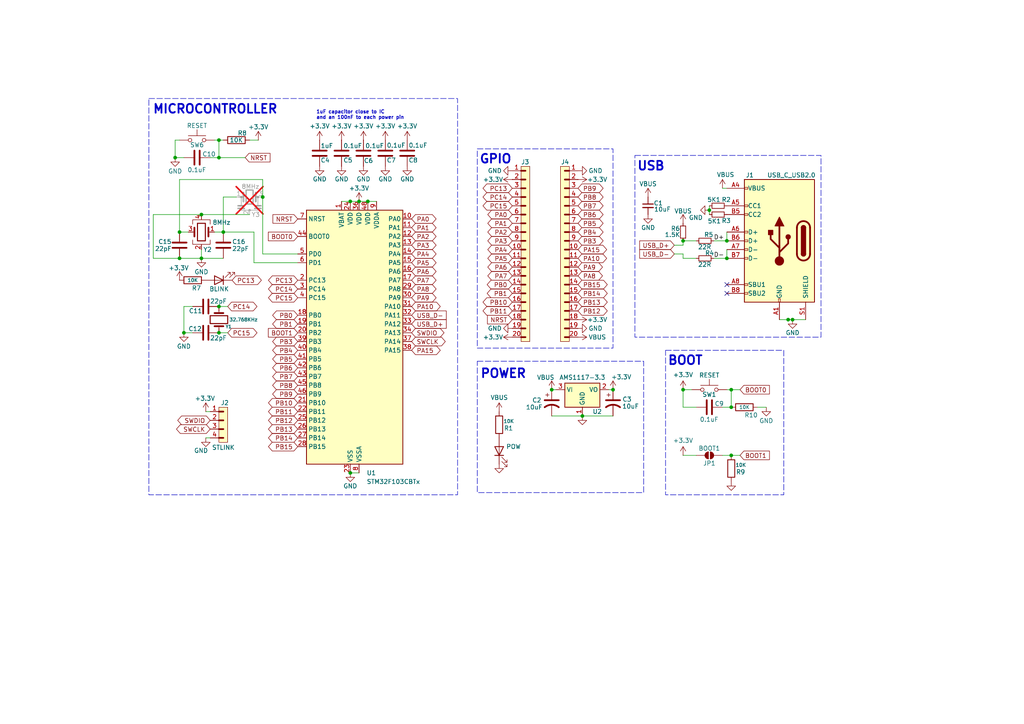
<source format=kicad_sch>
(kicad_sch (version 20231120) (generator "eeschema") (generator_version "8.0")
  (paper "A4")
  (lib_symbols
    (symbol "Connector:USB_C_Receptacle_USB2.0" (pin_names (offset 1.016))
      (property "Reference" "J3" (at -5.715 21.209 0))
      (property "Value" "USB_C_USB2.0" (at 3.556 19.05 0))
      (symbol "USB_C_Receptacle_USB2.0_0_0"
        (rectangle (start -0.254 -17.78) (end 0.254 -16.764))
        (rectangle (start 10.16 -14.986) (end 9.144 -15.494))
        (rectangle (start 10.16 -12.446) (end 9.144 -12.954))
        (rectangle (start 10.16 -4.826) (end 9.144 -5.334))
        (rectangle (start 10.16 -2.286) (end 9.144 -2.794))
        (rectangle (start 10.16 0.254) (end 9.144 -0.254))
        (rectangle (start 10.16 2.794) (end 9.144 2.286))
        (rectangle (start 10.16 7.874) (end 9.144 7.366))
        (rectangle (start 10.16 10.414) (end 9.144 9.906))
        (rectangle (start 10.16 15.494) (end 9.144 14.986))
      )
      (symbol "USB_C_Receptacle_USB2.0_0_1"
        (rectangle (start -10.16 17.78) (end 10.16 -17.78) (stroke (width 0.254)) (fill (type background)))
        (arc (start -8.89 -3.81) (mid -6.985 -5.7067) (end -5.08 -3.81) (stroke (width 0.508)))
        (arc (start -7.62 -3.81) (mid -6.985 -4.4423) (end -6.35 -3.81) (stroke (width 0.254)))
        (arc (start -7.62 -3.81) (mid -6.985 -4.4423) (end -6.35 -3.81) (stroke (width 0.254)) (fill (type outline)))
        (rectangle (start -7.62 -3.81) (end -6.35 3.81) (stroke (width 0.254)) (fill (type outline)))
        (arc (start -6.35 3.81) (mid -6.985 4.4423) (end -7.62 3.81) (stroke (width 0.254)))
        (arc (start -6.35 3.81) (mid -6.985 4.4423) (end -7.62 3.81) (stroke (width 0.254)) (fill (type outline)))
        (arc (start -5.08 3.81) (mid -6.985 5.7067) (end -8.89 3.81) (stroke (width 0.508)))
        (circle (center -2.54 1.143) (radius 0.635) (stroke (width 0.254)) (fill (type outline)))
        (circle (center 0 -5.842) (radius 1.27) (fill (type outline)))
        (polyline (pts (xy -8.89 -3.81) (xy -8.89 3.81)) (stroke (width 0.508)))
        (polyline (pts (xy -5.08 3.81) (xy -5.08 -3.81)) (stroke (width 0.508)))
        (polyline (pts (xy 0 -5.842) (xy 0 4.318)) (stroke (width 0.508)))
        (polyline (pts (xy 0 -3.302) (xy -2.54 -0.762) (xy -2.54 0.508)) (stroke (width 0.508)))
        (polyline (pts (xy 0 -2.032) (xy 2.54 0.508) (xy 2.54 1.778)) (stroke (width 0.508)))
        (polyline (pts (xy -1.27 4.318) (xy 0 6.858) (xy 1.27 4.318) (xy -1.27 4.318)) (stroke (width 0.254)) (fill (type outline)))
        (rectangle (start 1.905 1.778) (end 3.175 3.048) (stroke (width 0.254)) (fill (type outline)))
      )
      (symbol "USB_C_Receptacle_USB2.0_1_1"
        (pin passive line (at 0 -22.86 90) (length 5.08) (name "GND") (number "A1"))
        (pin passive line (at 15.24 15.24 180) (length 5.08) (name "VBUS") (number "A4"))
        (pin bidirectional line (at 15.24 10.16 180) (length 5.08) (name "CC1") (number "A5"))
        (pin bidirectional line (at 15.24 2.54 180) (length 5.08) (name "D+") (number "A6"))
        (pin bidirectional line (at 15.24 -2.54 180) (length 5.08) (name "D-") (number "A7"))
        (pin bidirectional line (at 15.24 -12.7 180) (length 5.08) (name "SBU1") (number "A8"))
        (pin passive line (at -2.54 -22.86 90) (length 5.08) hide (name "GND") (number "B1"))
        (pin passive line (at 15.24 12.7 180) (length 5.08) hide (name "VBUS") (number "B4"))
        (pin bidirectional line (at 15.24 7.62 180) (length 5.08) (name "CC2") (number "B5"))
        (pin bidirectional line (at 15.24 0 180) (length 5.08) (name "D+") (number "B6"))
        (pin bidirectional line (at 15.24 -5.08 180) (length 5.08) (name "D-") (number "B7"))
        (pin bidirectional line (at 15.24 -15.24 180) (length 5.08) (name "SBU2") (number "B8"))
        (pin passive line (at -7.62 -22.86 90) (length 5.08) (name "SHIELD") (number "S1"))
      )
    )
    (symbol "Device:C" (pin_numbers hide) (pin_names (offset 0.254))
      (property "Reference" "C" (at 0.635 2.54 0))
      (property "Value" "C" (at 0.635 -2.54 0))
      (symbol "C_0_1"
        (polyline (pts (xy -2.032 -0.762) (xy 2.032 -0.762)) (stroke (width 0.508)))
        (polyline (pts (xy -2.032 0.762) (xy 2.032 0.762)) (stroke (width 0.508)))
      )
      (symbol "C_1_1"
        (pin passive line (at 0 3.81 270) (length 2.794) (name "~") (number "1"))
        (pin passive line (at 0 -3.81 90) (length 2.794) (name "~") (number "2"))
      )
    )
    (symbol "Device:C_Polarized_US" (pin_numbers hide) (pin_names (offset 0.254) hide)
      (property "Reference" "C" (at 0.635 2.54 0))
      (property "Value" "C_Polarized_US" (at 0.635 -2.54 0))
      (symbol "C_Polarized_US_0_1"
        (polyline (pts (xy -2.032 0.762) (xy 2.032 0.762)) (stroke (width 0.508)))
        (polyline (pts (xy -1.778 2.286) (xy -0.762 2.286)))
        (polyline (pts (xy -1.27 1.778) (xy -1.27 2.794)))
        (arc (start 2.032 -1.27) (mid 0 -0.5572) (end -2.032 -1.27) (stroke (width 0.508)))
      )
      (symbol "C_Polarized_US_1_1"
        (pin passive line (at 0 3.81 270) (length 2.794) (name "~") (number "1"))
        (pin passive line (at 0 -3.81 90) (length 3.302) (name "~") (number "2"))
      )
    )
    (symbol "Device:C_Small" (pin_numbers hide) (pin_names (offset 0.254) hide)
      (property "Reference" "C" (at 0.254 1.778 0))
      (property "Value" "C_Small" (at 0.254 -2.032 0))
      (symbol "C_Small_0_1"
        (polyline (pts (xy -1.524 -0.508) (xy 1.524 -0.508)) (stroke (width 0.3302)))
        (polyline (pts (xy -1.524 0.508) (xy 1.524 0.508)) (stroke (width 0.3048)))
      )
      (symbol "C_Small_1_1"
        (pin passive line (at 0 2.54 270) (length 2.032) (name "~") (number "1"))
        (pin passive line (at 0 -2.54 90) (length 2.032) (name "~") (number "2"))
      )
    )
    (symbol "Device:Crystal" (pin_numbers hide) (pin_names (offset 1.016) hide)
      (property "Reference" "Y" (at 0 3.81 0))
      (property "Value" "Crystal" (at 0 -3.81 0))
      (symbol "Crystal_0_1"
        (rectangle (start -1.143 2.54) (end 1.143 -2.54) (stroke (width 0.3048)))
        (polyline (pts (xy -2.54 0) (xy -1.905 0)))
        (polyline (pts (xy -1.905 -1.27) (xy -1.905 1.27)) (stroke (width 0.508)))
        (polyline (pts (xy 1.905 -1.27) (xy 1.905 1.27)) (stroke (width 0.508)))
        (polyline (pts (xy 2.54 0) (xy 1.905 0)))
      )
      (symbol "Crystal_1_1"
        (pin passive line (at -3.81 0 0) (length 1.27) (name "1") (number "1"))
        (pin passive line (at 3.81 0 180) (length 1.27) (name "2") (number "2"))
      )
    )
    (symbol "Device:Crystal_GND24" (pin_names (offset 1.016) hide)
      (property "Reference" "Y" (at 3.175 5.08 0))
      (property "Value" "Crystal_GND24" (at 3.175 3.175 0))
      (symbol "Crystal_GND24_0_1"
        (rectangle (start -1.143 2.54) (end 1.143 -2.54) (stroke (width 0.3048)))
        (polyline (pts (xy -2.54 0) (xy -2.032 0)))
        (polyline (pts (xy -2.032 -1.27) (xy -2.032 1.27)) (stroke (width 0.508)))
        (polyline (pts (xy 0 -3.81) (xy 0 -3.556)))
        (polyline (pts (xy 0 3.556) (xy 0 3.81)))
        (polyline (pts (xy 2.032 -1.27) (xy 2.032 1.27)) (stroke (width 0.508)))
        (polyline (pts (xy 2.032 0) (xy 2.54 0)))
        (polyline (pts (xy -2.54 -2.286) (xy -2.54 -3.556) (xy 2.54 -3.556) (xy 2.54 -2.286)))
        (polyline (pts (xy -2.54 2.286) (xy -2.54 3.556) (xy 2.54 3.556) (xy 2.54 2.286)))
      )
      (symbol "Crystal_GND24_1_1"
        (pin passive line (at -3.81 0 0) (length 1.27) (name "1") (number "1"))
        (pin passive line (at 0 5.08 270) (length 1.27) (name "2") (number "2"))
        (pin passive line (at 3.81 0 180) (length 1.27) (name "3") (number "3"))
        (pin passive line (at 0 -5.08 90) (length 1.27) (name "4") (number "4"))
      )
    )
    (symbol "Device:LED" (pin_numbers hide) (pin_names (offset 1.016) hide)
      (property "Reference" "D" (at 0 2.54 0))
      (property "Value" "LED" (at 0 -2.54 0))
      (symbol "LED_0_1"
        (polyline (pts (xy -1.27 -1.27) (xy -1.27 1.27)) (stroke (width 0.254)))
        (polyline (pts (xy -1.27 0) (xy 1.27 0)))
        (polyline (pts (xy 1.27 -1.27) (xy 1.27 1.27) (xy -1.27 0) (xy 1.27 -1.27)) (stroke (width 0.254)))
        (polyline (pts (xy -3.048 -0.762) (xy -4.572 -2.286) (xy -3.81 -2.286) (xy -4.572 -2.286) (xy -4.572 -1.524)))
        (polyline (pts (xy -1.778 -0.762) (xy -3.302 -2.286) (xy -2.54 -2.286) (xy -3.302 -2.286) (xy -3.302 -1.524)))
      )
      (symbol "LED_1_1"
        (pin passive line (at -3.81 0 0) (length 2.54) (name "K") (number "1"))
        (pin passive line (at 3.81 0 180) (length 2.54) (name "A") (number "2"))
      )
    )
    (symbol "Device:R" (pin_numbers hide) (pin_names (offset 0))
      (property "Reference" "R" (at 2.032 0 90))
      (property "Value" "R" (at 0 0 90))
      (symbol "R_0_1"
        (rectangle (start -1.016 -2.54) (end 1.016 2.54) (stroke (width 0.254)))
      )
      (symbol "R_1_1"
        (pin passive line (at 0 3.81 270) (length 1.27) (name "~") (number "1"))
        (pin passive line (at 0 -3.81 90) (length 1.27) (name "~") (number "2"))
      )
    )
    (symbol "Device:R_Small" (pin_numbers hide) (pin_names (offset 0.254) hide)
      (property "Reference" "R" (at 0.762 0.508 0))
      (property "Value" "R_Small" (at 0.762 -1.016 0))
      (symbol "R_Small_0_1"
        (rectangle (start -0.762 1.778) (end 0.762 -1.778) (stroke (width 0.2032)))
      )
      (symbol "R_Small_1_1"
        (pin passive line (at 0 2.54 270) (length 0.762) (name "~") (number "1"))
        (pin passive line (at 0 -2.54 90) (length 0.762) (name "~") (number "2"))
      )
    )
    (symbol "Device:Resonator" (pin_names (offset 1.016) hide)
      (property "Reference" "Y" (at 0 5.715 0))
      (property "Value" "Resonator" (at 0 3.81 0))
      (symbol "Resonator_0_1"
        (rectangle (start -3.429 -3.175) (end -1.397 -3.429) (fill (type outline)))
        (rectangle (start -3.429 -2.413) (end -1.397 -2.667) (fill (type outline)))
        (circle (center -2.413 0) (radius 0.254) (fill (type outline)))
        (rectangle (start -1.016 2.032) (end 1.016 -2.032) (stroke (width 0.3048)))
        (circle (center 0 -3.81) (radius 0.254) (fill (type outline)))
        (polyline (pts (xy -2.413 -2.413) (xy -2.413 0)))
        (polyline (pts (xy -1.905 0) (xy -3.175 0)))
        (polyline (pts (xy -1.778 -1.27) (xy -1.778 1.27)) (stroke (width 0.508)))
        (polyline (pts (xy 1.778 -1.27) (xy 1.778 1.27)) (stroke (width 0.508)))
        (polyline (pts (xy 1.905 0) (xy 2.54 0)))
        (polyline (pts (xy 2.413 0) (xy 2.413 -2.54)))
        (polyline (pts (xy 2.413 -3.302) (xy 2.413 -3.81) (xy -2.413 -3.81) (xy -2.413 -3.302)))
        (rectangle (start 1.397 -3.175) (end 3.429 -3.429) (fill (type outline)))
        (rectangle (start 1.397 -2.413) (end 3.429 -2.667) (fill (type outline)))
        (circle (center 2.413 0) (radius 0.254) (fill (type outline)))
      )
      (symbol "Resonator_1_1"
        (pin passive line (at -3.81 0 0) (length 1.27) (name "1") (number "1"))
        (pin passive line (at 0 -5.08 90) (length 1.27) (name "2") (number "2"))
        (pin passive line (at 3.81 0 180) (length 1.27) (name "3") (number "3"))
      )
    )
    (symbol "Jumper:SolderJumper_2_Open" (pin_numbers hide) (pin_names (offset 0) hide) (exclude_from_sim yes) (in_bom no)
      (property "Reference" "JP" (at 0 2.032 0))
      (property "Value" "SolderJumper_2_Open" (at 0 -2.54 0))
      (symbol "SolderJumper_2_Open_0_1"
        (arc (start -0.254 1.016) (mid -1.2656 0) (end -0.254 -1.016))
        (arc (start -0.254 1.016) (mid -1.2656 0) (end -0.254 -1.016) (fill (type outline)))
        (polyline (pts (xy -0.254 1.016) (xy -0.254 -1.016)))
        (polyline (pts (xy 0.254 1.016) (xy 0.254 -1.016)))
        (arc (start 0.254 -1.016) (mid 1.2656 0) (end 0.254 1.016))
        (arc (start 0.254 -1.016) (mid 1.2656 0) (end 0.254 1.016) (fill (type outline)))
      )
      (symbol "SolderJumper_2_Open_1_1"
        (pin passive line (at -3.81 0 0) (length 2.54) (name "A") (number "1"))
        (pin passive line (at 3.81 0 180) (length 2.54) (name "B") (number "2"))
      )
    )
    (symbol "MCU_ST_STM32F1:STM32F103CBTx"
      (property "Reference" "U" (at -12.7 39.37 0))
      (property "Value" "STM32F103CBTx" (at 10.16 39.37 0))
      (symbol "STM32F103CBTx_0_1"
        (rectangle (start -12.7 -35.56) (end 15.24 38.1) (stroke (width 0.254)) (fill (type background)))
      )
      (symbol "STM32F103CBTx_1_1"
        (pin power_in line (at -2.54 40.64 270) (length 2.54) (name "VBAT") (number "1"))
        (pin bidirectional line (at 17.78 35.56 180) (length 2.54) (name "PA0") (number "10"))
        (pin bidirectional line (at 17.78 33.02 180) (length 2.54) (name "PA1") (number "11"))
        (pin bidirectional line (at 17.78 30.48 180) (length 2.54) (name "PA2") (number "12"))
        (pin bidirectional line (at 17.78 27.94 180) (length 2.54) (name "PA3") (number "13"))
        (pin bidirectional line (at 17.78 25.4 180) (length 2.54) (name "PA4") (number "14"))
        (pin bidirectional line (at 17.78 22.86 180) (length 2.54) (name "PA5") (number "15"))
        (pin bidirectional line (at 17.78 20.32 180) (length 2.54) (name "PA6") (number "16"))
        (pin bidirectional line (at 17.78 17.78 180) (length 2.54) (name "PA7") (number "17"))
        (pin bidirectional line (at -15.24 7.62 0) (length 2.54) (name "PB0") (number "18"))
        (pin bidirectional line (at -15.24 5.08 0) (length 2.54) (name "PB1") (number "19"))
        (pin bidirectional line (at -15.24 17.78 0) (length 2.54) (name "PC13") (number "2"))
        (pin bidirectional line (at -15.24 2.54 0) (length 2.54) (name "PB2") (number "20"))
        (pin bidirectional line (at -15.24 -17.78 0) (length 2.54) (name "PB10") (number "21"))
        (pin bidirectional line (at -15.24 -20.32 0) (length 2.54) (name "PB11") (number "22"))
        (pin power_in line (at 0 -38.1 90) (length 2.54) (name "VSS") (number "23"))
        (pin power_in line (at 0 40.64 270) (length 2.54) (name "VDD") (number "24"))
        (pin bidirectional line (at -15.24 -22.86 0) (length 2.54) (name "PB12") (number "25"))
        (pin bidirectional line (at -15.24 -25.4 0) (length 2.54) (name "PB13") (number "26"))
        (pin bidirectional line (at -15.24 -27.94 0) (length 2.54) (name "PB14") (number "27"))
        (pin bidirectional line (at -15.24 -30.48 0) (length 2.54) (name "PB15") (number "28"))
        (pin bidirectional line (at 17.78 15.24 180) (length 2.54) (name "PA8") (number "29"))
        (pin bidirectional line (at -15.24 15.24 0) (length 2.54) (name "PC14") (number "3"))
        (pin bidirectional line (at 17.78 12.7 180) (length 2.54) (name "PA9") (number "30"))
        (pin bidirectional line (at 17.78 10.16 180) (length 2.54) (name "PA10") (number "31"))
        (pin bidirectional line (at 17.78 7.62 180) (length 2.54) (name "PA11") (number "32"))
        (pin bidirectional line (at 17.78 5.08 180) (length 2.54) (name "PA12") (number "33"))
        (pin bidirectional line (at 17.78 2.54 180) (length 2.54) (name "PA13") (number "34"))
        (pin passive line (at 0 -38.1 90) (length 2.54) hide (name "VSS") (number "35"))
        (pin power_in line (at 2.54 40.64 270) (length 2.54) (name "VDD") (number "36"))
        (pin bidirectional line (at 17.78 0 180) (length 2.54) (name "PA14") (number "37"))
        (pin bidirectional line (at 17.78 -2.54 180) (length 2.54) (name "PA15") (number "38"))
        (pin bidirectional line (at -15.24 0 0) (length 2.54) (name "PB3") (number "39"))
        (pin bidirectional line (at -15.24 12.7 0) (length 2.54) (name "PC15") (number "4"))
        (pin bidirectional line (at -15.24 -2.54 0) (length 2.54) (name "PB4") (number "40"))
        (pin bidirectional line (at -15.24 -5.08 0) (length 2.54) (name "PB5") (number "41"))
        (pin bidirectional line (at -15.24 -7.62 0) (length 2.54) (name "PB6") (number "42"))
        (pin bidirectional line (at -15.24 -10.16 0) (length 2.54) (name "PB7") (number "43"))
        (pin input line (at -15.24 30.48 0) (length 2.54) (name "BOOT0") (number "44"))
        (pin bidirectional line (at -15.24 -12.7 0) (length 2.54) (name "PB8") (number "45"))
        (pin bidirectional line (at -15.24 -15.24 0) (length 2.54) (name "PB9") (number "46"))
        (pin passive line (at 0 -38.1 90) (length 2.54) hide (name "VSS") (number "47"))
        (pin power_in line (at 5.08 40.64 270) (length 2.54) (name "VDD") (number "48"))
        (pin bidirectional line (at -15.24 25.4 0) (length 2.54) (name "PD0") (number "5"))
        (pin bidirectional line (at -15.24 22.86 0) (length 2.54) (name "PD1") (number "6"))
        (pin input line (at -15.24 35.56 0) (length 2.54) (name "NRST") (number "7"))
        (pin power_in line (at 2.54 -38.1 90) (length 2.54) (name "VSSA") (number "8"))
        (pin power_in line (at 7.62 40.64 270) (length 2.54) (name "VDDA") (number "9"))
      )
    )
    (symbol "PCM_SL_Pin_Headers:PINHD_1x20_Male"
      (property "Reference" "J" (at 0 29.21 0))
      (property "Value" "PINHD_1x20_Male" (at 0 26.67 0))
      (symbol "PINHD_1x20_Male_0_1"
        (rectangle (start -1.27 25.4) (end 1.27 -25.4) (fill (type background)))
        (polyline (pts (xy -1.27 -24.13) (xy 0 -24.13)) (stroke (width 0.5)))
        (polyline (pts (xy -1.27 -21.59) (xy 0 -21.59)) (stroke (width 0.5)))
        (polyline (pts (xy -1.27 -19.05) (xy 0 -19.05)) (stroke (width 0.5)))
        (polyline (pts (xy -1.27 -16.51) (xy 0 -16.51)) (stroke (width 0.5)))
        (polyline (pts (xy -1.27 -13.97) (xy 0 -13.97)) (stroke (width 0.5)))
        (polyline (pts (xy -1.27 -11.43) (xy 0 -11.43)) (stroke (width 0.5)))
        (polyline (pts (xy -1.27 -8.89) (xy 0 -8.89)) (stroke (width 0.5)))
        (polyline (pts (xy -1.27 -6.35) (xy 0 -6.35)) (stroke (width 0.5)))
        (polyline (pts (xy -1.27 -3.81) (xy 0 -3.81)) (stroke (width 0.5)))
        (polyline (pts (xy -1.27 -1.27) (xy 0 -1.27)) (stroke (width 0.5)))
        (polyline (pts (xy -1.27 1.27) (xy 0 1.27)) (stroke (width 0.3)))
        (polyline (pts (xy -1.27 1.27) (xy 0 1.27)) (stroke (width 0.5)))
        (polyline (pts (xy -1.27 3.81) (xy 0 3.81)) (stroke (width 0.3)))
        (polyline (pts (xy -1.27 3.81) (xy 0 3.81)) (stroke (width 0.5)))
        (polyline (pts (xy -1.27 6.35) (xy 0 6.35)) (stroke (width 0.3)))
        (polyline (pts (xy -1.27 6.35) (xy 0 6.35)) (stroke (width 0.5)))
        (polyline (pts (xy -1.27 8.89) (xy 0 8.89)) (stroke (width 0.3)))
        (polyline (pts (xy -1.27 8.89) (xy 0 8.89)) (stroke (width 0.5)))
        (polyline (pts (xy -1.27 11.43) (xy 0 11.43)) (stroke (width 0.3)))
        (polyline (pts (xy -1.27 11.43) (xy 0 11.43)) (stroke (width 0.5)))
        (polyline (pts (xy -1.27 13.97) (xy 0 13.97)) (stroke (width 0.3)))
        (polyline (pts (xy -1.27 13.97) (xy 0 13.97)) (stroke (width 0.5)))
        (polyline (pts (xy -1.27 16.51) (xy 0 16.51)) (stroke (width 0.3)))
        (polyline (pts (xy -1.27 16.51) (xy 0 16.51)) (stroke (width 0.5)))
        (polyline (pts (xy -1.27 19.05) (xy 0 19.05)) (stroke (width 0.3)))
        (polyline (pts (xy -1.27 19.05) (xy 0 19.05)) (stroke (width 0.5)))
        (polyline (pts (xy -1.27 21.59) (xy 0 21.59)) (stroke (width 0.3)))
        (polyline (pts (xy -1.27 21.59) (xy 0 21.59)) (stroke (width 0.5)))
        (polyline (pts (xy -1.27 24.13) (xy 0 24.13)) (stroke (width 0.5)))
      )
      (symbol "PINHD_1x20_Male_1_1"
        (pin passive line (at -3.81 24.13 0) (length 2.54) (name "") (number "1"))
        (pin passive line (at -3.81 1.27 0) (length 2.54) (name "") (number "10"))
        (pin passive line (at -3.81 -1.27 0) (length 2.54) (name "") (number "11"))
        (pin passive line (at -3.81 -3.81 0) (length 2.54) (name "") (number "12"))
        (pin passive line (at -3.81 -6.35 0) (length 2.54) (name "") (number "13"))
        (pin passive line (at -3.81 -8.89 0) (length 2.54) (name "") (number "14"))
        (pin passive line (at -3.81 -11.43 0) (length 2.54) (name "") (number "15"))
        (pin passive line (at -3.81 -13.97 0) (length 2.54) (name "") (number "16"))
        (pin passive line (at -3.81 -16.51 0) (length 2.54) (name "") (number "17"))
        (pin passive line (at -3.81 -19.05 0) (length 2.54) (name "") (number "18"))
        (pin passive line (at -3.81 -21.59 0) (length 2.54) (name "") (number "19"))
        (pin passive line (at -3.81 21.59 0) (length 2.54) (name "") (number "2"))
        (pin passive line (at -3.81 -24.13 0) (length 2.54) (name "") (number "20"))
        (pin passive line (at -3.81 19.05 0) (length 2.54) (name "") (number "3"))
        (pin passive line (at -3.81 16.51 0) (length 2.54) (name "") (number "4"))
        (pin passive line (at -3.81 13.97 0) (length 2.54) (name "") (number "5"))
        (pin passive line (at -3.81 11.43 0) (length 2.54) (name "") (number "6"))
        (pin passive line (at -3.81 8.89 0) (length 2.54) (name "") (number "7"))
        (pin passive line (at -3.81 6.35 0) (length 2.54) (name "") (number "8"))
        (pin passive line (at -3.81 3.81 0) (length 2.54) (name "") (number "9"))
      )
    )
    (symbol "PCM_SL_Pin_Headers:PINHD_1x4_Male"
      (property "Reference" "J" (at 0 8.89 0))
      (property "Value" "PINHD_1x4_Male" (at 0 6.35 0))
      (symbol "PINHD_1x4_Male_0_1"
        (rectangle (start -1.27 5.08) (end 1.27 -5.08) (fill (type background)))
        (polyline (pts (xy -1.27 -3.81) (xy 0 -3.81)) (stroke (width 0.3)))
        (polyline (pts (xy -1.27 -3.81) (xy 0 -3.81)) (stroke (width 0.5)))
        (polyline (pts (xy -1.27 -1.27) (xy 0 -1.27)) (stroke (width 0.3)))
        (polyline (pts (xy -1.27 -1.27) (xy 0 -1.27)) (stroke (width 0.5)))
        (polyline (pts (xy -1.27 1.27) (xy 0 1.27)) (stroke (width 0.3)))
        (polyline (pts (xy -1.27 1.27) (xy 0 1.27)) (stroke (width 0.5)))
        (polyline (pts (xy -1.27 3.81) (xy 0 3.81)) (stroke (width 0.3)))
        (polyline (pts (xy -1.27 3.81) (xy 0 3.81)) (stroke (width 0.5)))
      )
      (symbol "PINHD_1x4_Male_1_1"
        (pin passive line (at -3.81 3.81 0) (length 2.54) (name "") (number "1"))
        (pin passive line (at -3.81 1.27 0) (length 2.54) (name "") (number "2"))
        (pin passive line (at -3.81 -1.27 0) (length 2.54) (name "") (number "3"))
        (pin passive line (at -3.81 -3.81 0) (length 2.54) (name "") (number "4"))
      )
    )
    (symbol "Regulator_Linear:AMS1117-3.3"
      (property "Reference" "U" (at -3.81 3.175 0))
      (property "Value" "AMS1117-3.3" (at 0 3.175 0))
      (symbol "AMS1117-3.3_0_1"
        (rectangle (start -5.08 -5.08) (end 5.08 1.905) (stroke (width 0.254)) (fill (type background)))
      )
      (symbol "AMS1117-3.3_1_1"
        (pin power_in line (at 0 -7.62 90) (length 2.54) (name "GND") (number "1"))
        (pin power_out line (at 7.62 0 180) (length 2.54) (name "VO") (number "2"))
        (pin power_in line (at -7.62 0 0) (length 2.54) (name "VI") (number "3"))
      )
    )
    (symbol "Switch:SW_Push" (pin_numbers hide) (pin_names (offset 1.016) hide)
      (property "Reference" "SW" (at 1.27 2.54 0))
      (property "Value" "SW_Push" (at 0 -1.524 0))
      (symbol "SW_Push_0_1"
        (circle (center -2.032 0) (radius 0.508))
        (polyline (pts (xy 0 1.27) (xy 0 3.048)))
        (polyline (pts (xy 2.54 1.27) (xy -2.54 1.27)))
        (circle (center 2.032 0) (radius 0.508))
        (pin passive line (at -5.08 0 0) (length 2.54) (name "1") (number "1"))
        (pin passive line (at 5.08 0 180) (length 2.54) (name "2") (number "2"))
      )
    )
    (symbol "power:+3.3V" (power) (pin_numbers hide) (pin_names (offset 0) hide)
      (property "Value" "+3.3V" (at 0 3.556 0))
      (symbol "+3.3V_0_1"
        (polyline (pts (xy -0.762 1.27) (xy 0 2.54)))
        (polyline (pts (xy 0 0) (xy 0 2.54)))
        (polyline (pts (xy 0 2.54) (xy 0.762 1.27)))
      )
      (symbol "+3.3V_1_1"
        (pin power_in line (at 0 0 90) (length 0) (name "~") (number "1"))
      )
    )
    (symbol "power:GND" (power) (pin_names (offset 0))
      (property "Value" "GND" (at 0 -3.81 0))
      (symbol "GND_0_1"
        (polyline (pts (xy 0 0) (xy 0 -1.27) (xy 1.27 -1.27) (xy 0 -2.54) (xy -1.27 -1.27) (xy 0 -1.27)))
      )
      (symbol "GND_1_1"
        (pin power_in line (at 0 0 270) (length 0) hide (name "GND") (number "1"))
      )
    )
    (symbol "power:VBUS" (power) (pin_names (offset 0))
      (property "Value" "VBUS" (at 0 3.81 0))
      (symbol "VBUS_0_1"
        (polyline (pts (xy -0.762 1.27) (xy 0 2.54)))
        (polyline (pts (xy 0 0) (xy 0 2.54)))
        (polyline (pts (xy 0 2.54) (xy 0.762 1.27)))
      )
      (symbol "VBUS_1_1"
        (pin power_in line (at 0 0 90) (length 0) hide (name "VBUS") (number "1"))
      )
    )
  )
  (junction (at 101.6 58.42))
  (junction (at 63.5 45.72))
  (junction (at 212.09 132.08))
  (junction (at 106.68 58.42))
  (junction (at 212.09 118.11))
  (junction (at 205.74 60.96))
  (junction (at 101.6 137.16))
  (junction (at 63.5 96.52))
  (junction (at 76.2 57.15))
  (junction (at 177.8 113.03))
  (junction (at 229.87 92.71))
  (junction (at 228.6 92.71))
  (junction (at 63.5 40.64))
  (junction (at 58.42 74.93))
  (junction (at 160.02 113.03))
  (junction (at 52.07 67.31))
  (junction (at 53.34 96.52))
  (junction (at 210.82 69.85))
  (junction (at 198.12 113.03))
  (junction (at 198.12 69.85))
  (junction (at 104.14 58.42))
  (junction (at 63.5 88.9))
  (junction (at 58.42 62.23))
  (junction (at 52.07 74.93))
  (junction (at 168.91 120.65))
  (junction (at 212.09 113.03))
  (junction (at 64.77 67.31))
  (junction (at 50.8 45.72))
  (junction (at 210.82 74.93))
  (no_connect (at 210.82 85.09))
  (no_connect (at 210.82 82.55))
  (wire (pts (xy 195.58 73.66) (xy 198.12 73.66)))
  (wire (pts (xy 44.45 74.93) (xy 52.07 74.93)))
  (wire (pts (xy 63.5 40.64) (xy 63.5 45.72)))
  (wire (pts (xy 168.91 120.65) (xy 177.8 120.65)))
  (wire (pts (xy 198.12 118.11) (xy 198.12 113.03)))
  (wire (pts (xy 58.42 74.93) (xy 58.42 72.39)))
  (wire (pts (xy 74.93 40.64) (xy 72.39 40.64)))
  (wire (pts (xy 210.82 67.31) (xy 210.82 69.85)))
  (wire (pts (xy 101.6 58.42) (xy 99.06 58.42)))
  (wire (pts (xy 73.66 67.31) (xy 73.66 76.2)))
  (wire (pts (xy 63.5 45.72) (xy 71.12 45.72)))
  (wire (pts (xy 59.69 119.38) (xy 60.96 119.38)))
  (wire (pts (xy 53.34 88.9) (xy 55.88 88.9)))
  (wire (pts (xy 198.12 113.03) (xy 200.66 113.03)))
  (wire (pts (xy 198.12 71.12) (xy 198.12 69.85)))
  (wire (pts (xy 58.42 74.93) (xy 64.77 74.93)))
  (wire (pts (xy 76.2 52.07) (xy 76.2 57.15)))
  (wire (pts (xy 52.07 74.93) (xy 58.42 74.93)))
  (wire (pts (xy 68.58 57.15) (xy 64.77 57.15)))
  (wire (pts (xy 53.34 96.52) (xy 55.88 96.52)))
  (wire (pts (xy 58.42 62.23) (xy 44.45 62.23)))
  (wire (pts (xy 212.09 132.08) (xy 214.63 132.08)))
  (wire (pts (xy 222.25 118.11) (xy 219.71 118.11)))
  (wire (pts (xy 104.14 58.42) (xy 106.68 58.42)))
  (wire (pts (xy 66.04 88.9) (xy 63.5 88.9)))
  (wire (pts (xy 205.74 60.96) (xy 205.74 62.23)))
  (wire (pts (xy 53.34 96.52) (xy 53.34 88.9)))
  (wire (pts (xy 205.74 60.96) (xy 205.74 59.69)))
  (wire (pts (xy 209.55 118.11) (xy 212.09 118.11)))
  (wire (pts (xy 60.96 45.72) (xy 63.5 45.72)))
  (wire (pts (xy 52.07 52.07) (xy 52.07 67.31)))
  (wire (pts (xy 195.58 71.12) (xy 198.12 71.12)))
  (wire (pts (xy 73.66 76.2) (xy 86.36 76.2)))
  (wire (pts (xy 76.2 57.15) (xy 76.2 73.66)))
  (wire (pts (xy 50.8 40.64) (xy 52.07 40.64)))
  (wire (pts (xy 160.02 120.65) (xy 168.91 120.65)))
  (wire (pts (xy 209.55 54.61) (xy 210.82 54.61)))
  (wire (pts (xy 106.68 58.42) (xy 109.22 58.42)))
  (wire (pts (xy 58.42 62.23) (xy 72.39 62.23)))
  (wire (pts (xy 50.8 45.72) (xy 53.34 45.72)))
  (wire (pts (xy 104.14 58.42) (xy 101.6 58.42)))
  (wire (pts (xy 52.07 67.31) (xy 54.61 67.31)))
  (wire (pts (xy 207.01 69.85) (xy 210.82 69.85)))
  (wire (pts (xy 229.87 92.71) (xy 233.68 92.71)))
  (wire (pts (xy 207.01 74.93) (xy 210.82 74.93)))
  (wire (pts (xy 59.69 127) (xy 60.96 127)))
  (wire (pts (xy 210.82 113.03) (xy 212.09 113.03)))
  (wire (pts (xy 201.93 118.11) (xy 198.12 118.11)))
  (wire (pts (xy 64.77 57.15) (xy 64.77 67.31)))
  (wire (pts (xy 44.45 62.23) (xy 44.45 74.93)))
  (wire (pts (xy 177.8 113.03) (xy 176.53 113.03)))
  (wire (pts (xy 66.04 96.52) (xy 63.5 96.52)))
  (wire (pts (xy 52.07 52.07) (xy 76.2 52.07)))
  (wire (pts (xy 198.12 132.08) (xy 201.93 132.08)))
  (wire (pts (xy 64.77 67.31) (xy 62.23 67.31)))
  (wire (pts (xy 212.09 118.11) (xy 212.09 113.03)))
  (wire (pts (xy 198.12 69.85) (xy 201.93 69.85)))
  (wire (pts (xy 161.29 113.03) (xy 160.02 113.03)))
  (wire (pts (xy 210.82 72.39) (xy 210.82 74.93)))
  (wire (pts (xy 76.2 73.66) (xy 86.36 73.66)))
  (wire (pts (xy 212.09 113.03) (xy 214.63 113.03)))
  (wire (pts (xy 198.12 74.93) (xy 201.93 74.93)))
  (wire (pts (xy 64.77 67.31) (xy 73.66 67.31)))
  (wire (pts (xy 50.8 45.72) (xy 50.8 40.64)))
  (wire (pts (xy 101.6 137.16) (xy 104.14 137.16)))
  (wire (pts (xy 228.6 92.71) (xy 229.87 92.71)))
  (wire (pts (xy 64.77 40.64) (xy 63.5 40.64)))
  (wire (pts (xy 198.12 73.66) (xy 198.12 74.93)))
  (wire (pts (xy 226.06 92.71) (xy 228.6 92.71)))
  (wire (pts (xy 62.23 40.64) (xy 63.5 40.64)))
  (wire (pts (xy 209.55 132.08) (xy 212.09 132.08)))
  (rectangle (start 138.43 104.775) (end 186.69 142.875) (stroke (width 0) (type dash)))
  (rectangle (start 43.18 28.575) (end 132.715 143.51) (stroke (width 0) (type dash)))
  (rectangle (start 193.04 101.6) (end 227.33 143.51) (stroke (width 0) (type dash)))
  (rectangle (start 184.15 45.085) (end 238.125 97.79) (stroke (width 0) (type dash)))
  (rectangle (start 138.43 43.18) (end 177.8 100.965) (stroke (width 0) (type dash)))
  (text "BOOT" (at 193.548 106.172 0) (effects (font (size 2.54 2.54) (bold yes)) (justify left bottom)))
  (text "1uF capacitor close to IC\nand an 100nF to each power pin" (at 91.694 34.798 0) (effects (font (size 1 1) (bold yes)) (justify left bottom)))
  (text "USB\n" (at 184.658 49.784 0) (effects (font (size 2.54 2.54) (bold yes)) (justify left bottom)))
  (text "POWER\n" (at 139.192 109.982 0) (effects (font (size 2.54 2.54) (bold yes)) (justify left bottom)))
  (text "MICROCONTROLLER" (at 44.196 33.274 0) (effects (font (size 2.54 2.54) (bold yes)) (justify left bottom)))
  (text "GPIO" (at 138.938 47.752 0) (effects (font (size 2.54 2.54) (bold yes)) (justify left bottom)))
  (label "D-" (at 207.01 74.93 0))
  (label "D+" (at 207.01 69.85 0))
  (global_label "PB3" (shape bidirectional) (at 167.64 69.85 0) (property "Intersheetrefs" "${INTERSHEET_REFS}" (effects (hide yes))))
  (global_label "PC15" (shape bidirectional) (at 66.04 96.52 0) (property "Intersheetrefs" "${INTERSHEET_REFS}" (effects (hide yes))))
  (global_label "PB13" (shape bidirectional) (at 167.64 87.63 0) (property "Intersheetrefs" "${INTERSHEET_REFS}" (effects (hide yes))))
  (global_label "USB_D-" (shape input) (at 119.38 91.44 0) (property "Intersheetrefs" "${INTERSHEET_REFS}" (effects (hide yes))))
  (global_label "PB11" (shape bidirectional) (at 86.36 119.38 180) (property "Intersheetrefs" "${INTERSHEET_REFS}" (effects (hide yes))))
  (global_label "PA1" (shape bidirectional) (at 148.59 64.77 180) (property "Intersheetrefs" "${INTERSHEET_REFS}" (effects (hide yes))))
  (global_label "PB6" (shape bidirectional) (at 86.36 106.68 180) (property "Intersheetrefs" "${INTERSHEET_REFS}" (effects (hide yes))))
  (global_label "PB12" (shape bidirectional) (at 86.36 121.92 180) (property "Intersheetrefs" "${INTERSHEET_REFS}" (effects (hide yes))))
  (global_label "PA9" (shape bidirectional) (at 167.64 77.47 0) (property "Intersheetrefs" "${INTERSHEET_REFS}" (effects (hide yes))))
  (global_label "PB10" (shape bidirectional) (at 148.59 87.63 180) (property "Intersheetrefs" "${INTERSHEET_REFS}" (effects (hide yes))))
  (global_label "BOOT1" (shape input) (at 86.36 96.52 180) (property "Intersheetrefs" "${INTERSHEET_REFS}" (effects (hide yes))))
  (global_label "SWCLK" (shape bidirectional) (at 60.96 124.46 180) (property "Intersheetrefs" "${INTERSHEET_REFS}" (effects (hide yes))))
  (global_label "PB7" (shape bidirectional) (at 86.36 109.22 180) (property "Intersheetrefs" "${INTERSHEET_REFS}" (effects (hide yes))))
  (global_label "BOOT0" (shape input) (at 214.63 113.03 0) (property "Intersheetrefs" "${INTERSHEET_REFS}" (effects (hide yes))))
  (global_label "PB15" (shape bidirectional) (at 167.64 82.55 0) (property "Intersheetrefs" "${INTERSHEET_REFS}" (effects (hide yes))))
  (global_label "PA2" (shape bidirectional) (at 148.59 67.31 180) (property "Intersheetrefs" "${INTERSHEET_REFS}" (effects (hide yes))))
  (global_label "PA10" (shape bidirectional) (at 167.64 74.93 0) (property "Intersheetrefs" "${INTERSHEET_REFS}" (effects (hide yes))))
  (global_label "PB11" (shape bidirectional) (at 148.59 90.17 180) (property "Intersheetrefs" "${INTERSHEET_REFS}" (effects (hide yes))))
  (global_label "PA15" (shape bidirectional) (at 167.64 72.39 0) (property "Intersheetrefs" "${INTERSHEET_REFS}" (effects (hide yes))))
  (global_label "SWDIO" (shape bidirectional) (at 119.38 96.52 0) (property "Intersheetrefs" "${INTERSHEET_REFS}" (effects (hide yes))))
  (global_label "PC15" (shape bidirectional) (at 86.36 86.36 180) (property "Intersheetrefs" "${INTERSHEET_REFS}" (effects (hide yes))))
  (global_label "PB3" (shape bidirectional) (at 86.36 99.06 180) (property "Intersheetrefs" "${INTERSHEET_REFS}" (effects (hide yes))))
  (global_label "PA3" (shape bidirectional) (at 148.59 69.85 180) (property "Intersheetrefs" "${INTERSHEET_REFS}" (effects (hide yes))))
  (global_label "PA9" (shape bidirectional) (at 119.38 86.36 0) (property "Intersheetrefs" "${INTERSHEET_REFS}" (effects (hide yes))))
  (global_label "PA5" (shape bidirectional) (at 119.38 76.2 0) (property "Intersheetrefs" "${INTERSHEET_REFS}" (effects (hide yes))))
  (global_label "PB14" (shape bidirectional) (at 86.36 127 180) (property "Intersheetrefs" "${INTERSHEET_REFS}" (effects (hide yes))))
  (global_label "PB14" (shape bidirectional) (at 167.64 85.09 0) (property "Intersheetrefs" "${INTERSHEET_REFS}" (effects (hide yes))))
  (global_label "PC14" (shape bidirectional) (at 148.59 57.15 180) (property "Intersheetrefs" "${INTERSHEET_REFS}" (effects (hide yes))))
  (global_label "BOOT0" (shape input) (at 86.36 68.58 180) (property "Intersheetrefs" "${INTERSHEET_REFS}" (effects (hide yes))))
  (global_label "PA15" (shape bidirectional) (at 119.38 101.6 0) (property "Intersheetrefs" "${INTERSHEET_REFS}" (effects (hide yes))))
  (global_label "PB5" (shape bidirectional) (at 167.64 64.77 0) (property "Intersheetrefs" "${INTERSHEET_REFS}" (effects (hide yes))))
  (global_label "SWDIO" (shape bidirectional) (at 60.96 121.92 180) (property "Intersheetrefs" "${INTERSHEET_REFS}" (effects (hide yes))))
  (global_label "PA0" (shape bidirectional) (at 148.59 62.23 180) (property "Intersheetrefs" "${INTERSHEET_REFS}" (effects (hide yes))))
  (global_label "PA8" (shape bidirectional) (at 119.38 83.82 0) (property "Intersheetrefs" "${INTERSHEET_REFS}" (effects (hide yes))))
  (global_label "PC15" (shape bidirectional) (at 148.59 59.69 180) (property "Intersheetrefs" "${INTERSHEET_REFS}" (effects (hide yes))))
  (global_label "SWCLK" (shape bidirectional) (at 119.38 99.06 0) (property "Intersheetrefs" "${INTERSHEET_REFS}" (effects (hide yes))))
  (global_label "PB5" (shape bidirectional) (at 86.36 104.14 180) (property "Intersheetrefs" "${INTERSHEET_REFS}" (effects (hide yes))))
  (global_label "USB_D+" (shape input) (at 195.58 71.12 180) (property "Intersheetrefs" "${INTERSHEET_REFS}" (effects (hide yes))))
  (global_label "PA8" (shape bidirectional) (at 167.64 80.01 0) (property "Intersheetrefs" "${INTERSHEET_REFS}" (effects (hide yes))))
  (global_label "PA3" (shape bidirectional) (at 119.38 71.12 0) (property "Intersheetrefs" "${INTERSHEET_REFS}" (effects (hide yes))))
  (global_label "BOOT1" (shape input) (at 214.63 132.08 0) (property "Intersheetrefs" "${INTERSHEET_REFS}" (effects (hide yes))))
  (global_label "PB15" (shape bidirectional) (at 86.36 129.54 180) (property "Intersheetrefs" "${INTERSHEET_REFS}" (effects (hide yes))))
  (global_label "PB9" (shape bidirectional) (at 86.36 114.3 180) (property "Intersheetrefs" "${INTERSHEET_REFS}" (effects (hide yes))))
  (global_label "PA6" (shape bidirectional) (at 119.38 78.74 0) (property "Intersheetrefs" "${INTERSHEET_REFS}" (effects (hide yes))))
  (global_label "PB4" (shape bidirectional) (at 86.36 101.6 180) (property "Intersheetrefs" "${INTERSHEET_REFS}" (effects (hide yes))))
  (global_label "PC14" (shape bidirectional) (at 66.04 88.9 0) (property "Intersheetrefs" "${INTERSHEET_REFS}" (effects (hide yes))))
  (global_label "PC13" (shape bidirectional) (at 67.31 81.28 0) (property "Intersheetrefs" "${INTERSHEET_REFS}" (effects (hide yes))))
  (global_label "PB9" (shape bidirectional) (at 167.64 54.61 0) (property "Intersheetrefs" "${INTERSHEET_REFS}" (effects (hide yes))))
  (global_label "PB10" (shape bidirectional) (at 86.36 116.84 180) (property "Intersheetrefs" "${INTERSHEET_REFS}" (effects (hide yes))))
  (global_label "PA4" (shape bidirectional) (at 148.59 72.39 180) (property "Intersheetrefs" "${INTERSHEET_REFS}" (effects (hide yes))))
  (global_label "PB7" (shape bidirectional) (at 167.64 59.69 0) (property "Intersheetrefs" "${INTERSHEET_REFS}" (effects (hide yes))))
  (global_label "PA1" (shape bidirectional) (at 119.38 66.04 0) (property "Intersheetrefs" "${INTERSHEET_REFS}" (effects (hide yes))))
  (global_label "PB1" (shape bidirectional) (at 86.36 93.98 180) (property "Intersheetrefs" "${INTERSHEET_REFS}" (effects (hide yes))))
  (global_label "PB0" (shape bidirectional) (at 148.59 82.55 180) (property "Intersheetrefs" "${INTERSHEET_REFS}" (effects (hide yes))))
  (global_label "PC14" (shape bidirectional) (at 86.36 83.82 180) (property "Intersheetrefs" "${INTERSHEET_REFS}" (effects (hide yes))))
  (global_label "PA7" (shape bidirectional) (at 148.59 80.01 180) (property "Intersheetrefs" "${INTERSHEET_REFS}" (effects (hide yes))))
  (global_label "PA4" (shape bidirectional) (at 119.38 73.66 0) (property "Intersheetrefs" "${INTERSHEET_REFS}" (effects (hide yes))))
  (global_label "PA2" (shape bidirectional) (at 119.38 68.58 0) (property "Intersheetrefs" "${INTERSHEET_REFS}" (effects (hide yes))))
  (global_label "USB_D-" (shape input) (at 195.58 73.66 180) (property "Intersheetrefs" "${INTERSHEET_REFS}" (effects (hide yes))))
  (global_label "USB_D+" (shape input) (at 119.38 93.98 0) (property "Intersheetrefs" "${INTERSHEET_REFS}" (effects (hide yes))))
  (global_label "PA6" (shape bidirectional) (at 148.59 77.47 180) (property "Intersheetrefs" "${INTERSHEET_REFS}" (effects (hide yes))))
  (global_label "PB12" (shape bidirectional) (at 167.64 90.17 0) (property "Intersheetrefs" "${INTERSHEET_REFS}" (effects (hide yes))))
  (global_label "PA0" (shape bidirectional) (at 119.38 63.5 0) (property "Intersheetrefs" "${INTERSHEET_REFS}" (effects (hide yes))))
  (global_label "NRST" (shape input) (at 148.59 92.71 180) (property "Intersheetrefs" "${INTERSHEET_REFS}" (effects (hide yes))))
  (global_label "PA7" (shape bidirectional) (at 119.38 81.28 0) (property "Intersheetrefs" "${INTERSHEET_REFS}" (effects (hide yes))))
  (global_label "PB8" (shape bidirectional) (at 167.64 57.15 0) (property "Intersheetrefs" "${INTERSHEET_REFS}" (effects (hide yes))))
  (global_label "PC13" (shape bidirectional) (at 86.36 81.28 180) (property "Intersheetrefs" "${INTERSHEET_REFS}" (effects (hide yes))))
  (global_label "NRST" (shape input) (at 86.36 63.5 180) (property "Intersheetrefs" "${INTERSHEET_REFS}" (effects (hide yes))))
  (global_label "NRST" (shape input) (at 71.12 45.72 0) (property "Intersheetrefs" "${INTERSHEET_REFS}" (effects (hide yes))))
  (global_label "PB6" (shape bidirectional) (at 167.64 62.23 0) (property "Intersheetrefs" "${INTERSHEET_REFS}" (effects (hide yes))))
  (global_label "PA5" (shape bidirectional) (at 148.59 74.93 180) (property "Intersheetrefs" "${INTERSHEET_REFS}" (effects (hide yes))))
  (global_label "PB13" (shape bidirectional) (at 86.36 124.46 180) (property "Intersheetrefs" "${INTERSHEET_REFS}" (effects (hide yes))))
  (global_label "PB0" (shape bidirectional) (at 86.36 91.44 180) (property "Intersheetrefs" "${INTERSHEET_REFS}" (effects (hide yes))))
  (global_label "PB1" (shape bidirectional) (at 148.59 85.09 180) (property "Intersheetrefs" "${INTERSHEET_REFS}" (effects (hide yes))))
  (global_label "PC13" (shape bidirectional) (at 148.59 54.61 180) (property "Intersheetrefs" "${INTERSHEET_REFS}" (effects (hide yes))))
  (global_label "PB4" (shape bidirectional) (at 167.64 67.31 0) (property "Intersheetrefs" "${INTERSHEET_REFS}" (effects (hide yes))))
  (global_label "PA10" (shape bidirectional) (at 119.38 88.9 0) (property "Intersheetrefs" "${INTERSHEET_REFS}" (effects (hide yes))))
  (global_label "PB8" (shape bidirectional) (at 86.36 111.76 180) (property "Intersheetrefs" "${INTERSHEET_REFS}" (effects (hide yes))))
  (symbol (lib_id "Device:R") (at 215.9 118.11 270) (unit 1)
    (property "Reference" "R10" (at 215.9 120.396 90) (effects (justify left)))
    (property "Value" "10K" (at 214.376 118.11 90) (effects (font (size 1 1)) (justify left)))
    (property "Footprint" "Resistor_SMD:R_1206_3216Metric" (effects (hide yes)))
  )
  (symbol (lib_id "Device:C") (at 59.69 88.9 90) (mirror x) (unit 1)
    (property "Reference" "C11" (at 58.674 90.17 90) (effects (justify left)))
    (property "Value" "22pF" (at 65.786 87.376 90) (effects (justify left)))
  )
  (symbol (lib_id "Device:C") (at 57.15 45.72 270) (mirror x) (unit 1)
    (property "Reference" "C10" (at 58.674 44.704 90) (effects (justify left)))
    (property "Value" "0.1uF" (at 54.356 49.276 90) (effects (justify left)))
  )
  (symbol (lib_id "power:+3.3V") (at 105.41 40.64 0) (unit 1)
    (property "Reference" "#PWR020" (effects (hide yes)))
    (property "Value" "+3.3V" (at 105.41 36.576 0))
  )
  (symbol (lib_id "power:GND") (at 229.87 92.71 0) (unit 1)
    (property "Reference" "#PWR010" (effects (hide yes)))
    (property "Value" "GND" (at 227.838 96.52 0) (effects (justify left)))
  )
  (symbol (lib_id "Device:LED") (at 63.5 81.28 180) (unit 1)
    (property "Reference" "D2" (effects (hide yes)))
    (property "Value" "BLINK" (at 60.706 83.82 0) (effects (justify right)))
  )
  (symbol (lib_id "Device:C") (at 118.11 44.45 0) (mirror x) (unit 1)
    (property "Reference" "C8" (at 118.491 46.482 0) (effects (justify left)))
    (property "Value" "0.1uF" (at 118.491 42.164 0) (effects (justify left)))
  )
  (symbol (lib_id "PCM_SL_Pin_Headers:PINHD_1x4_Male") (at 64.77 123.19 0) (unit 1)
    (property "Reference" "J2" (at 64.008 116.84 0) (effects (justify left)))
    (property "Value" "STLINK" (at 61.468 129.794 0) (effects (justify left)))
    (property "Footprint" "Connector_PinHeader_2.54mm:PinHeader_1x04_P2.54mm_Horizontal" (effects (hide yes)))
    (property "Description" "Pin Header male with pin space 2.54mm. Pin Count -4" (effects (hide yes)))
  )
  (symbol (lib_id "power:GND") (at 118.11 48.26 0) (unit 1)
    (property "Reference" "#PWR025" (effects (hide yes)))
    (property "Value" "GND" (at 116.078 51.943 0) (effects (justify left)))
  )
  (symbol (lib_id "Device:Crystal_GND24") (at 58.42 67.31 180) (unit 1)
    (property "Reference" "Y2" (at 60.198 72.39 0))
    (property "Value" "8MHz" (at 64.262 64.516 0))
    (property "Description" "Four pin crystal, GND on pins 2 and 4" (effects (hide yes)))
  )
  (symbol (lib_id "power:GND") (at 212.09 139.7 0) (mirror y) (unit 1)
    (property "Reference" "#PWR037" (effects (hide yes)))
    (property "Value" "GND" (effects (hide yes)))
  )
  (symbol (lib_id "power:+3.3V") (at 148.59 97.79 90) (mirror x) (unit 1)
    (property "Reference" "#PWR07" (effects (hide yes)))
    (property "Value" "+3.3V" (at 143.002 97.79 90))
  )
  (symbol (lib_id "power:GND") (at 168.91 120.65 0) (mirror y) (unit 1)
    (property "Reference" "#PWR08" (effects (hide yes)))
    (property "Value" "GND" (effects (hide yes)))
  )
  (symbol (lib_id "power:+3.3V") (at 104.14 58.42 0) (unit 1)
    (property "Reference" "#PWR015" (effects (hide yes)))
    (property "Value" "+3.3V" (at 104.14 54.61 0))
  )
  (symbol (lib_id "power:GND") (at 222.25 118.11 0) (unit 1)
    (property "Reference" "#PWR042" (effects (hide yes)))
    (property "Value" "GND" (at 222.25 122.047 0))
  )
  (symbol (lib_id "power:GND") (at 53.34 96.52 0) (unit 1)
    (property "Reference" "#PWR036" (effects (hide yes)))
    (property "Value" "GND" (at 53.34 100.457 0))
  )
  (symbol (lib_id "Device:R") (at 212.09 135.89 180) (unit 1)
    (property "Reference" "R9" (at 216.154 136.906 0) (effects (justify left)))
    (property "Value" "10K" (at 216.408 134.874 0) (effects (font (size 1 1)) (justify left)))
    (property "Footprint" "Resistor_SMD:R_1206_3216Metric" (effects (hide yes)))
  )
  (symbol (lib_id "Device:Crystal") (at 63.5 92.71 90) (mirror x) (unit 1)
    (property "Reference" "Y1" (at 66.294 94.742 90) (effects (font (size 0.9 0.9))))
    (property "Value" "32.768KHz" (at 70.612 92.71 90) (effects (font (size 1 1))))
  )
  (symbol (lib_id "Device:R") (at 55.88 81.28 270) (unit 1)
    (property "Reference" "R7" (at 55.626 83.566 90) (effects (justify left)))
    (property "Value" "10K" (at 54.356 81.28 90) (effects (font (size 1 1)) (justify left)))
    (property "Footprint" "Resistor_SMD:R_1206_3216Metric" (effects (hide yes)))
  )
  (symbol (lib_id "Switch:SW_Push") (at 57.15 40.64 0) (unit 1)
    (property "Reference" "SW6" (at 57.15 42.037 0))
    (property "Value" "RESET" (at 57.15 36.449 0))
  )
  (symbol (lib_id "Device:C") (at 59.69 96.52 90) (mirror x) (unit 1)
    (property "Reference" "C12" (at 58.547 95.377 90) (effects (justify left)))
    (property "Value" "22pF" (at 65.786 98.044 90) (effects (justify left)))
  )
  (symbol (lib_id "MCU_ST_STM32F1:STM32F103CBTx") (at 101.6 99.06 0) (unit 1)
    (property "Reference" "U1" (at 106.3341 137.16 0) (effects (justify left)))
    (property "Value" "STM32F103CBTx" (at 106.3341 139.7 0) (effects (justify left)))
    (property "Footprint" "Package_QFP:LQFP-48_7x7mm_P0.5mm" (effects (hide yes)))
    (property "Datasheet" "https://www.st.com/resource/en/datasheet/stm32f103cb.pdf" (effects (hide yes)))
    (property "Description" "STMicroelectronics Arm Cortex-M3 MCU, 128KB flash, 20KB RAM, 72 MHz, 2.0-3.6V, 37 GPIO, LQFP48" (effects (hide yes)))
  )
  (symbol (lib_id "power:+3.3V") (at 74.93 40.64 0) (unit 1)
    (property "Reference" "#PWR0110" (effects (hide yes)))
    (property "Value" "+3.3V" (at 74.93 36.83 0))
  )
  (symbol (lib_id "power:GND") (at 59.69 127 0) (unit 1)
    (property "Reference" "#PWR027" (effects (hide yes)))
    (property "Value" "GND" (at 56.261 130.683 0) (effects (justify left)))
  )
  (symbol (lib_id "PCM_SL_Pin_Headers:PINHD_1x20_Male") (at 152.4 73.66 0) (unit 1)
    (property "Reference" "J3" (at 151.13 46.99 0) (effects (justify left)))
    (property "Value" "PINHD_1x20_Male" (effects (hide yes)))
    (property "Footprint" "Connector_PinHeader_2.54mm:PinHeader_1x20_P2.54mm_Vertical" (effects (hide yes)))
    (property "Description" "Pin Header male with pin space 2.54mm. Pin Count -20" (effects (hide yes)))
  )
  (symbol (lib_id "power:VBUS") (at 187.96 57.15 0) (unit 1)
    (property "Reference" "#PWR053" (effects (hide yes)))
    (property "Value" "VBUS" (at 187.96 53.34 0))
  )
  (symbol (lib_id "power:+3.3V") (at 148.59 52.07 90) (unit 1)
    (property "Reference" "#PWR041" (effects (hide yes)))
    (property "Value" "+3.3V" (at 143.002 52.07 90))
  )
  (symbol (lib_id "Device:C_Small") (at 187.96 59.69 0) (mirror y) (unit 1)
    (property "Reference" "C1" (at 192.278 58.928 0) (effects (justify left)))
    (property "Value" "10uF" (at 194.564 60.706 0) (effects (justify left)))
    (property "Footprint" "Capacitor_SMD:C_0603_1608Metric" (effects (hide yes)))
  )
  (symbol (lib_id "Device:C") (at 92.71 44.45 0) (mirror x) (unit 1)
    (property "Reference" "C4" (at 92.964 46.482 0) (effects (justify left)))
    (property "Value" "1uF" (at 92.964 42.291 0) (effects (justify left)))
  )
  (symbol (lib_id "Device:C_Polarized_US") (at 160.02 116.84 0) (unit 1)
    (property "Reference" "C2" (at 155.702 116.078 0))
    (property "Value" "10uF" (at 154.94 118.11 0))
    (property "Footprint" "Capacitor_SMD:C_1210_3225Metric_Pad1.33x2.70mm_HandSolder" (effects (hide yes)))
  )
  (symbol (lib_id "Device:C") (at 205.74 118.11 270) (mirror x) (unit 1)
    (property "Reference" "C9" (at 207.264 117.094 90) (effects (justify left)))
    (property "Value" "0.1uF" (at 202.946 121.666 90) (effects (justify left)))
  )
  (symbol (lib_id "Device:R_Small") (at 204.47 69.85 270) (mirror x) (unit 1)
    (property "Reference" "R5" (at 204.216 68.072 90) (effects (justify left)))
    (property "Value" "22R" (at 202.438 71.628 90) (effects (justify left)))
    (property "Footprint" "Resistor_SMD:R_0603_1608Metric" (effects (hide yes)))
  )
  (symbol (lib_id "Device:LED") (at 144.78 130.81 90) (unit 1)
    (property "Reference" "D1" (effects (hide yes)))
    (property "Value" "POW" (at 146.812 129.54 90) (effects (justify right)))
  )
  (symbol (lib_id "Device:R") (at 68.58 40.64 90) (unit 1)
    (property "Reference" "R8" (at 71.628 38.608 90) (effects (justify left)))
    (property "Value" "10K" (at 70.485 40.64 90) (effects (justify left)))
    (property "Footprint" "Resistor_SMD:R_1206_3216Metric" (effects (hide yes)))
  )
  (symbol (lib_id "Device:C") (at 111.76 44.45 0) (mirror x) (unit 1)
    (property "Reference" "C7" (at 112.141 46.482 0) (effects (justify left)))
    (property "Value" "0.1uF" (at 112.141 42.164 0) (effects (justify left)))
  )
  (symbol (lib_id "power:GND") (at 99.06 48.26 0) (unit 1)
    (property "Reference" "#PWR019" (effects (hide yes)))
    (property "Value" "GND" (at 97.028 51.943 0) (effects (justify left)))
  )
  (symbol (lib_id "power:VBUS") (at 144.78 119.38 0) (unit 1)
    (property "Reference" "#PWR01" (effects (hide yes)))
    (property "Value" "VBUS" (at 142.24 115.316 0) (effects (justify left)))
  )
  (symbol (lib_id "power:GND") (at 101.6 137.16 0) (unit 1)
    (property "Reference" "#PWR013" (effects (hide yes)))
    (property "Value" "GND" (at 101.6 140.97 0))
  )
  (symbol (lib_id "PCM_SL_Pin_Headers:PINHD_1x20_Male") (at 163.83 73.66 0) (mirror y) (unit 1)
    (property "Reference" "J4" (at 165.1 46.99 0) (effects (justify left)))
    (property "Value" "PINHD_1x20_Male" (effects (hide yes)))
    (property "Footprint" "Connector_PinHeader_2.54mm:PinHeader_1x20_P2.54mm_Vertical" (effects (hide yes)))
    (property "Description" "Pin Header male with pin space 2.54mm. Pin Count -20" (effects (hide yes)))
  )
  (symbol (lib_id "Connector:USB_C_Receptacle_USB2.0") (at 226.06 69.85 0) (mirror y) (unit 1)
    (property "Reference" "J1" (at 216.281 50.8 0) (effects (justify right)))
    (property "Value" "USB_C_USB2.0" (at 222.504 50.8 0) (effects (justify right)))
    (property "Datasheet" "https://www.usb.org/sites/default/files/documents/usb_type-c.zip" (effects (hide yes)))
  )
  (symbol (lib_id "Jumper:SolderJumper_2_Open") (at 205.74 132.08 0) (unit 1) (exclude_from_sim yes) (in_bom no)
    (property "Reference" "JP1" (at 205.74 134.366 0))
    (property "Value" "BOOT1" (at 205.74 130.048 0))
    (property "Description" "Solder Jumper, 2-pole, open" (effects (hide yes)))
  )
  (symbol (lib_id "Switch:SW_Push") (at 205.74 113.03 0) (unit 1)
    (property "Reference" "SW1" (at 205.74 114.427 0))
    (property "Value" "RESET" (at 205.74 108.839 0))
  )
  (symbol (lib_id "Device:R_Small") (at 204.47 74.93 270) (mirror x) (unit 1)
    (property "Reference" "R4" (at 204.47 73.406 90) (effects (justify left)))
    (property "Value" "22R" (at 202.438 76.708 90) (effects (justify left)))
    (property "Footprint" "Resistor_SMD:R_0603_1608Metric" (effects (hide yes)))
  )
  (symbol (lib_id "power:+3.3V") (at 99.06 40.64 0) (unit 1)
    (property "Reference" "#PWR018" (effects (hide yes)))
    (property "Value" "+3.3V" (at 99.06 36.576 0))
  )
  (symbol (lib_id "power:VBUS") (at 209.55 54.61 0) (unit 1)
    (property "Reference" "#PWR05" (effects (hide yes)))
    (property "Value" "VBUS" (at 210.439 50.673 0))
  )
  (symbol (lib_id "power:VBUS") (at 198.12 64.77 0) (unit 1)
    (property "Reference" "#PWR012" (effects (hide yes)))
    (property "Value" "VBUS" (at 198.12 61.214 0))
  )
  (symbol (lib_id "Device:C") (at 105.41 44.45 0) (mirror x) (unit 1)
    (property "Reference" "C6" (at 105.537 46.609 0) (effects (justify left)))
    (property "Value" "0.1uF" (at 105.918 42.291 0) (effects (justify left)))
  )
  (symbol (lib_id "Regulator_Linear:AMS1117-3.3") (at 168.91 113.03 0) (unit 1)
    (property "Reference" "U2" (at 173.228 119.38 0))
    (property "Value" "AMS1117-3.3" (at 168.91 109.474 0))
    (property "Footprint" "Package_TO_SOT_SMD:SOT-223-3_TabPin2" (effects (hide yes)))
    (property "Datasheet" "http://www.advanced-monolithic.com/pdf/ds1117.pdf" (effects (hide yes)))
  )
  (symbol (lib_id "power:+3.3V") (at 111.76 40.64 0) (unit 1)
    (property "Reference" "#PWR022" (effects (hide yes)))
    (property "Value" "+3.3V" (at 111.76 36.576 0))
  )
  (symbol (lib_id "power:GND") (at 148.59 95.25 270) (mirror x) (unit 1)
    (property "Reference" "#PWR033" (effects (hide yes)))
    (property "Value" "GND" (at 143.51 95.25 90))
  )
  (symbol (lib_id "power:+3.3V") (at 118.11 40.64 0) (unit 1)
    (property "Reference" "#PWR024" (effects (hide yes)))
    (property "Value" "+3.3V" (at 118.11 36.576 0))
  )
  (symbol (lib_id "power:+3.3V") (at 177.8 113.03 0) (unit 1)
    (property "Reference" "#PWR011" (effects (hide yes)))
    (property "Value" "+3.3V" (at 180.213 109.347 0))
  )
  (symbol (lib_id "power:GND") (at 58.42 74.93 0) (unit 1)
    (property "Reference" "#PWR06" (effects (hide yes)))
    (property "Value" "GND" (at 58.42 78.867 0))
  )
  (symbol (lib_id "power:VBUS") (at 167.64 97.79 270) (mirror x) (unit 1)
    (property "Reference" "#PWR014" (effects (hide yes)))
    (property "Value" "VBUS" (at 170.688 97.79 90) (effects (justify left)))
  )
  (symbol (lib_id "Device:C") (at 99.06 44.45 0) (mirror x) (unit 1)
    (property "Reference" "C5" (at 99.568 46.482 0) (effects (justify left)))
    (property "Value" "0.1uF" (at 99.568 42.291 0) (effects (justify left)))
  )
  (symbol (lib_id "power:GND") (at 50.8 45.72 0) (unit 1)
    (property "Reference" "#PWR030" (effects (hide yes)))
    (property "Value" "GND" (at 50.8 49.657 0))
  )
  (symbol (lib_id "power:GND") (at 148.59 49.53 270) (unit 1)
    (property "Reference" "#PWR040" (effects (hide yes)))
    (property "Value" "GND" (at 143.51 49.53 90))
  )
  (symbol (lib_id "power:GND") (at 167.64 49.53 90) (mirror x) (unit 1)
    (property "Reference" "#PWR035" (effects (hide yes)))
    (property "Value" "GND" (at 172.72 49.53 90))
  )
  (symbol (lib_id "power:GND") (at 144.78 134.62 0) (mirror y) (unit 1)
    (property "Reference" "#PWR02" (effects (hide yes)))
    (property "Value" "GND" (effects (hide yes)))
  )
  (symbol (lib_id "Device:C") (at 64.77 71.12 0) (mirror x) (unit 1)
    (property "Reference" "C16" (at 67.31 70.104 0) (effects (justify left)))
    (property "Value" "22pF" (at 67.31 72.136 0) (effects (justify left)))
  )
  (symbol (lib_id "Device:R") (at 144.78 123.19 180) (unit 1)
    (property "Reference" "R1" (at 148.844 124.206 0) (effects (justify left)))
    (property "Value" "10K" (at 149.098 122.174 0) (effects (font (size 1 1)) (justify left)))
    (property "Footprint" "Resistor_SMD:R_1206_3216Metric" (effects (hide yes)))
  )
  (symbol (lib_id "power:+3.3V") (at 198.12 132.08 0) (unit 1)
    (property "Reference" "#PWR038" (effects (hide yes)))
    (property "Value" "+3.3V" (at 198.12 127.762 0))
  )
  (symbol (lib_id "power:GND") (at 187.96 62.23 0) (unit 1)
    (property "Reference" "#PWR03" (effects (hide yes)))
    (property "Value" "GND" (at 185.928 66.04 0) (effects (justify left)))
  )
  (symbol (lib_id "power:+3.3V") (at 52.07 81.28 0) (unit 1)
    (property "Reference" "#PWR029" (effects (hide yes)))
    (property "Value" "+3.3V" (at 51.816 77.724 0))
  )
  (symbol (lib_id "power:GND") (at 105.41 48.26 0) (unit 1)
    (property "Reference" "#PWR021" (effects (hide yes)))
    (property "Value" "GND" (at 103.378 51.943 0) (effects (justify left)))
  )
  (symbol (lib_id "power:GND") (at 167.64 95.25 90) (mirror x) (unit 1)
    (property "Reference" "#PWR031" (effects (hide yes)))
    (property "Value" "GND" (at 172.72 95.25 90))
  )
  (symbol (lib_id "Device:R_Small") (at 208.28 59.69 270) (unit 1)
    (property "Reference" "R2" (at 209.296 57.912 90) (effects (justify left)))
    (property "Value" "5K1" (at 205.105 57.912 90) (effects (justify left)))
    (property "Footprint" "Resistor_SMD:R_0603_1608Metric" (effects (hide yes)))
  )
  (symbol (lib_id "Device:R_Small") (at 208.28 62.23 270) (unit 1)
    (property "Reference" "R3" (at 209.296 64.008 90) (effects (justify left)))
    (property "Value" "5K1" (at 205.232 64.135 90) (effects (justify left)))
    (property "Footprint" "Resistor_SMD:R_0603_1608Metric" (effects (hide yes)))
  )
  (symbol (lib_id "power:GND") (at 92.71 48.26 0) (unit 1)
    (property "Reference" "#PWR017" (effects (hide yes)))
    (property "Value" "GND" (at 90.678 51.943 0) (effects (justify left)))
  )
  (symbol (lib_id "power:VBUS") (at 160.02 113.03 0) (unit 1)
    (property "Reference" "#PWR09" (effects (hide yes)))
    (property "Value" "VBUS" (at 155.702 109.474 0) (effects (justify left)))
  )
  (symbol (lib_id "power:+3.3V") (at 167.64 52.07 270) (mirror x) (unit 1)
    (property "Reference" "#PWR028" (effects (hide yes)))
    (property "Value" "+3.3V" (at 173.228 52.07 90))
  )
  (symbol (lib_id "power:GND") (at 205.74 60.96 270) (unit 1)
    (property "Reference" "#PWR04" (effects (hide yes)))
    (property "Value" "GND" (at 199.771 63.119 90) (effects (justify left)))
  )
  (symbol (lib_id "power:+3.3V") (at 92.71 40.64 0) (unit 1)
    (property "Reference" "#PWR016" (effects (hide yes)))
    (property "Value" "+3.3V" (at 92.71 36.576 0))
  )
  (symbol (lib_id "power:+3.3V") (at 167.64 92.71 270) (mirror x) (unit 1)
    (property "Reference" "#PWR032" (effects (hide yes)))
    (property "Value" "+3.3V" (at 173.228 92.71 90))
  )
  (symbol (lib_id "Device:R_Small") (at 198.12 67.31 0) (unit 1)
    (property "Reference" "R6" (at 194.564 66.294 0) (effects (justify left)))
    (property "Value" "1.5K" (at 192.786 68.072 0) (effects (justify left)))
    (property "Footprint" "Resistor_SMD:R_0603_1608Metric" (effects (hide yes)))
  )
  (symbol (lib_id "power:+3.3V") (at 59.69 119.38 0) (unit 1)
    (property "Reference" "#PWR026" (effects (hide yes)))
    (property "Value" "+3.3V" (at 59.436 115.57 0))
  )
  (symbol (lib_id "Device:C_Polarized_US") (at 177.8 116.84 0) (unit 1)
    (property "Reference" "C3" (at 181.864 115.824 0))
    (property "Value" "10uF" (at 182.88 117.856 0))
    (property "Footprint" "Capacitor_SMD:C_1210_3225Metric_Pad1.33x2.70mm_HandSolder" (effects (hide yes)))
  )
  (symbol (lib_id "power:GND") (at 111.76 48.26 0) (unit 1)
    (property "Reference" "#PWR023" (effects (hide yes)))
    (property "Value" "GND" (at 109.728 51.943 0) (effects (justify left)))
  )
  (symbol (lib_id "Device:Resonator") (at 72.39 57.15 0) (unit 1) (dnp yes)
    (property "Reference" "Y3" (at 74.168 62.23 0))
    (property "Value" "8MHz" (at 72.644 54.102 0))
    (property "Description" "Three pin ceramic resonator" (effects (hide yes)))
  )
  (symbol (lib_id "Device:C") (at 52.07 71.12 180) (unit 1)
    (property "Reference" "C15" (at 49.784 70.104 0) (effects (justify left)))
    (property "Value" "22pF" (at 49.784 72.136 0) (effects (justify left)))
  )
  (symbol (lib_id "power:+3.3V") (at 198.12 113.03 0) (unit 1)
    (property "Reference" "#PWR034" (effects (hide yes)))
    (property "Value" "+3.3V" (at 198.12 108.712 0))
  )
)
</source>
